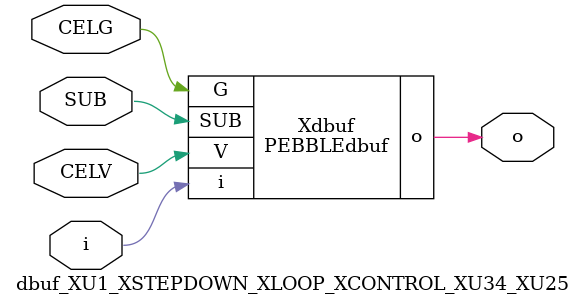
<source format=v>



module PEBBLEdbuf ( o, G, SUB, V, i );

  input V;
  input i;
  input G;
  output o;
  input SUB;
endmodule

//Celera Confidential Do Not Copy dbuf_XU1_XSTEPDOWN_XLOOP_XCONTROL_XU34_XU25
//Celera Confidential Symbol Generator
//Digital Buffer
module dbuf_XU1_XSTEPDOWN_XLOOP_XCONTROL_XU34_XU25 (CELV,CELG,i,o,SUB);
input CELV;
input CELG;
input i;
input SUB;
output o;

//Celera Confidential Do Not Copy dbuf
PEBBLEdbuf Xdbuf(
.V (CELV),
.i (i),
.o (o),
.SUB (SUB),
.G (CELG)
);
//,diesize,PEBBLEdbuf

//Celera Confidential Do Not Copy Module End
//Celera Schematic Generator
endmodule

</source>
